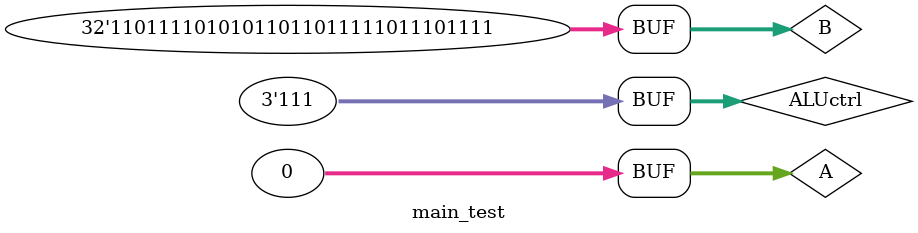
<source format=v>
`timescale 1ns / 1ps

module main_test;

   // Inputs
   reg [31:0] B, A;
   reg [2:0] ALUctrl;
   
   // Outputs
   wire [31:0] res;
   wire zero;
   
   // Instantiate the Unit Under Test (UUT)
    ALUexec uut(A,
                B,
                ALUctrl,
                res,
                zero);
   initial begin
   /// Initialize Inputs
    #10;
    B = 32'hDEADBEEF;
    A = 32'h0;
    #10;
    ALUctrl = 3'b010; // and
    #10;
    ALUctrl = 3'b110; // sub
    #10;
    ALUctrl = 3'b010; // add
    #10;
    ALUctrl = 3'b001; // or
    #10;
    ALUctrl = 3'b111; // slt
    #10;
   end


   initial begin
      $dumpfile("./vvp.out.vcd");
      $dumpvars;
   end

endmodule

</source>
